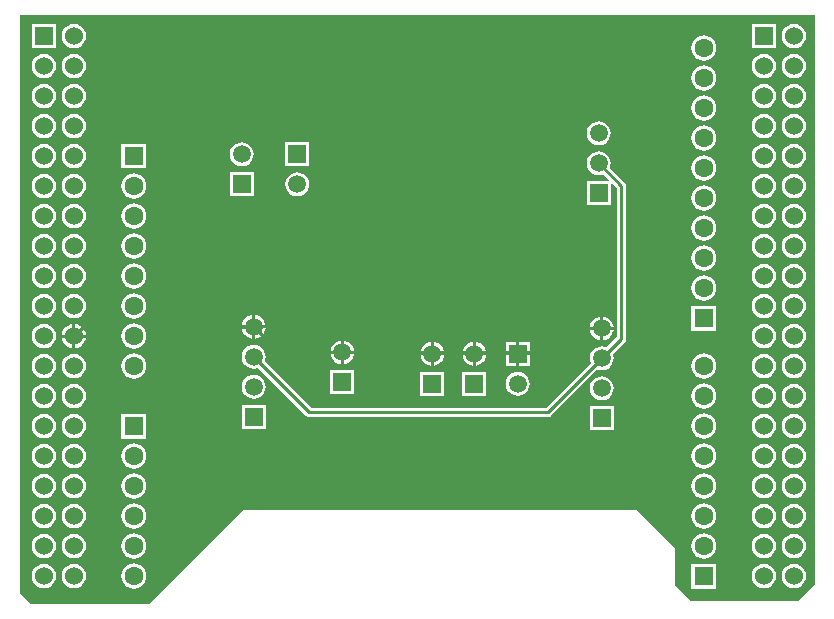
<source format=gbl>
G04 Layer_Physical_Order=2*
G04 Layer_Color=16711680*
%FSLAX25Y25*%
%MOIN*%
G70*
G01*
G75*
%ADD10C,0.01000*%
%ADD11R,0.06024X0.06024*%
%ADD12C,0.06024*%
%ADD13R,0.06319X0.06319*%
%ADD14C,0.06319*%
%ADD15R,0.05906X0.05906*%
%ADD16C,0.05906*%
G36*
X471971Y320317D02*
Y130633D01*
X466366Y125029D01*
X430633D01*
X425529Y130133D01*
Y142000D01*
X425413Y142585D01*
X425081Y143081D01*
X413081Y155081D01*
X412591Y155409D01*
X412500Y155500D01*
X412148D01*
X412000Y155529D01*
X283000D01*
X282852Y155500D01*
X281500D01*
X250500Y124500D01*
X250029Y124029D01*
X210633D01*
X207029Y127634D01*
Y320500D01*
X471500D01*
X471509Y320509D01*
X471971Y320317D01*
D02*
G37*
%LPC*%
G36*
X318453Y201953D02*
X310547D01*
Y194047D01*
X318453D01*
Y201953D01*
D02*
G37*
G36*
X245000Y207636D02*
X243914Y207493D01*
X242902Y207074D01*
X242033Y206407D01*
X241367Y205539D01*
X240948Y204527D01*
X240805Y203441D01*
X240948Y202355D01*
X241367Y201343D01*
X242033Y200474D01*
X242902Y199808D01*
X243914Y199389D01*
X245000Y199246D01*
X246086Y199389D01*
X247098Y199808D01*
X247967Y200474D01*
X248633Y201343D01*
X249052Y202355D01*
X249195Y203441D01*
X249052Y204527D01*
X248633Y205539D01*
X247967Y206407D01*
X247098Y207074D01*
X246086Y207493D01*
X245000Y207636D01*
D02*
G37*
G36*
X348453Y201453D02*
X340547D01*
Y193547D01*
X348453D01*
Y201453D01*
D02*
G37*
G36*
X362453D02*
X354547D01*
Y193547D01*
X362453D01*
Y201453D01*
D02*
G37*
G36*
X435000Y207636D02*
X433914Y207493D01*
X432902Y207074D01*
X432033Y206407D01*
X431367Y205539D01*
X430948Y204527D01*
X430805Y203441D01*
X430948Y202355D01*
X431367Y201343D01*
X432033Y200474D01*
X432902Y199808D01*
X433914Y199389D01*
X435000Y199246D01*
X436086Y199389D01*
X437098Y199808D01*
X437967Y200474D01*
X438633Y201343D01*
X439052Y202355D01*
X439195Y203441D01*
X439052Y204527D01*
X438633Y205539D01*
X437967Y206407D01*
X437098Y207074D01*
X436086Y207493D01*
X435000Y207636D01*
D02*
G37*
G36*
X455000Y207487D02*
X453953Y207349D01*
X452977Y206945D01*
X452139Y206302D01*
X451496Y205464D01*
X451091Y204488D01*
X450954Y203441D01*
X451091Y202394D01*
X451496Y201418D01*
X452139Y200580D01*
X452977Y199937D01*
X453953Y199532D01*
X455000Y199395D01*
X456047Y199532D01*
X457023Y199937D01*
X457861Y200580D01*
X458504Y201418D01*
X458909Y202394D01*
X459046Y203441D01*
X458909Y204488D01*
X458504Y205464D01*
X457861Y206302D01*
X457023Y206945D01*
X456047Y207349D01*
X455000Y207487D01*
D02*
G37*
G36*
X465000D02*
X463953Y207349D01*
X462977Y206945D01*
X462139Y206302D01*
X461496Y205464D01*
X461091Y204488D01*
X460954Y203441D01*
X461091Y202394D01*
X461496Y201418D01*
X462139Y200580D01*
X462977Y199937D01*
X463953Y199532D01*
X465000Y199395D01*
X466047Y199532D01*
X467023Y199937D01*
X467861Y200580D01*
X468504Y201418D01*
X468909Y202394D01*
X469046Y203441D01*
X468909Y204488D01*
X468504Y205464D01*
X467861Y206302D01*
X467023Y206945D01*
X466047Y207349D01*
X465000Y207487D01*
D02*
G37*
G36*
X215000D02*
X213953Y207349D01*
X212977Y206945D01*
X212139Y206302D01*
X211496Y205464D01*
X211091Y204488D01*
X210954Y203441D01*
X211091Y202394D01*
X211496Y201418D01*
X212139Y200580D01*
X212977Y199937D01*
X213953Y199532D01*
X215000Y199395D01*
X216047Y199532D01*
X217023Y199937D01*
X217861Y200580D01*
X218504Y201418D01*
X218909Y202394D01*
X219046Y203441D01*
X218909Y204488D01*
X218504Y205464D01*
X217861Y206302D01*
X217023Y206945D01*
X216047Y207349D01*
X215000Y207487D01*
D02*
G37*
G36*
X225000D02*
X223953Y207349D01*
X222977Y206945D01*
X222139Y206302D01*
X221496Y205464D01*
X221091Y204488D01*
X220954Y203441D01*
X221091Y202394D01*
X221496Y201418D01*
X222139Y200580D01*
X222977Y199937D01*
X223953Y199532D01*
X225000Y199395D01*
X226047Y199532D01*
X227023Y199937D01*
X227861Y200580D01*
X228504Y201418D01*
X228909Y202394D01*
X229046Y203441D01*
X228909Y204488D01*
X228504Y205464D01*
X227861Y206302D01*
X227023Y206945D01*
X226047Y207349D01*
X225000Y207487D01*
D02*
G37*
G36*
X215000Y197487D02*
X213953Y197350D01*
X212977Y196945D01*
X212139Y196302D01*
X211496Y195464D01*
X211091Y194488D01*
X210954Y193441D01*
X211091Y192394D01*
X211496Y191418D01*
X212139Y190580D01*
X212977Y189937D01*
X213953Y189532D01*
X215000Y189394D01*
X216047Y189532D01*
X217023Y189937D01*
X217861Y190580D01*
X218504Y191418D01*
X218909Y192394D01*
X219046Y193441D01*
X218909Y194488D01*
X218504Y195464D01*
X217861Y196302D01*
X217023Y196945D01*
X216047Y197350D01*
X215000Y197487D01*
D02*
G37*
G36*
X225000D02*
X223953Y197350D01*
X222977Y196945D01*
X222139Y196302D01*
X221496Y195464D01*
X221091Y194488D01*
X220954Y193441D01*
X221091Y192394D01*
X221496Y191418D01*
X222139Y190580D01*
X222977Y189937D01*
X223953Y189532D01*
X225000Y189394D01*
X226047Y189532D01*
X227023Y189937D01*
X227861Y190580D01*
X228504Y191418D01*
X228909Y192394D01*
X229046Y193441D01*
X228909Y194488D01*
X228504Y195464D01*
X227861Y196302D01*
X227023Y196945D01*
X226047Y197350D01*
X225000Y197487D01*
D02*
G37*
G36*
X288953Y190453D02*
X281047D01*
Y182547D01*
X288953D01*
Y190453D01*
D02*
G37*
G36*
X435000Y197636D02*
X433914Y197493D01*
X432902Y197074D01*
X432033Y196407D01*
X431367Y195539D01*
X430948Y194527D01*
X430805Y193441D01*
X430948Y192355D01*
X431367Y191343D01*
X432033Y190474D01*
X432902Y189808D01*
X433914Y189389D01*
X435000Y189246D01*
X436086Y189389D01*
X437098Y189808D01*
X437967Y190474D01*
X438633Y191343D01*
X439052Y192355D01*
X439195Y193441D01*
X439052Y194527D01*
X438633Y195539D01*
X437967Y196407D01*
X437098Y197074D01*
X436086Y197493D01*
X435000Y197636D01*
D02*
G37*
G36*
X455000Y197487D02*
X453953Y197350D01*
X452977Y196945D01*
X452139Y196302D01*
X451496Y195464D01*
X451091Y194488D01*
X450954Y193441D01*
X451091Y192394D01*
X451496Y191418D01*
X452139Y190580D01*
X452977Y189937D01*
X453953Y189532D01*
X455000Y189394D01*
X456047Y189532D01*
X457023Y189937D01*
X457861Y190580D01*
X458504Y191418D01*
X458909Y192394D01*
X459046Y193441D01*
X458909Y194488D01*
X458504Y195464D01*
X457861Y196302D01*
X457023Y196945D01*
X456047Y197350D01*
X455000Y197487D01*
D02*
G37*
G36*
X285000Y200487D02*
X283968Y200351D01*
X283007Y199953D01*
X282181Y199319D01*
X281547Y198493D01*
X281149Y197532D01*
X281013Y196500D01*
X281149Y195468D01*
X281547Y194507D01*
X282181Y193681D01*
X283007Y193047D01*
X283968Y192649D01*
X285000Y192513D01*
X286032Y192649D01*
X286993Y193047D01*
X287819Y193681D01*
X288453Y194507D01*
X288851Y195468D01*
X288987Y196500D01*
X288851Y197532D01*
X288453Y198493D01*
X287819Y199319D01*
X286993Y199953D01*
X286032Y200351D01*
X285000Y200487D01*
D02*
G37*
G36*
X373000Y201487D02*
X371968Y201351D01*
X371007Y200953D01*
X370181Y200319D01*
X369547Y199493D01*
X369149Y198532D01*
X369013Y197500D01*
X369149Y196468D01*
X369547Y195507D01*
X370181Y194681D01*
X371007Y194047D01*
X371968Y193649D01*
X373000Y193513D01*
X374032Y193649D01*
X374993Y194047D01*
X375819Y194681D01*
X376453Y195507D01*
X376851Y196468D01*
X376987Y197500D01*
X376851Y198532D01*
X376453Y199493D01*
X375819Y200319D01*
X374993Y200953D01*
X374032Y201351D01*
X373000Y201487D01*
D02*
G37*
G36*
X465000Y197487D02*
X463953Y197350D01*
X462977Y196945D01*
X462139Y196302D01*
X461496Y195464D01*
X461091Y194488D01*
X460954Y193441D01*
X461091Y192394D01*
X461496Y191418D01*
X462139Y190580D01*
X462977Y189937D01*
X463953Y189532D01*
X465000Y189394D01*
X466047Y189532D01*
X467023Y189937D01*
X467861Y190580D01*
X468504Y191418D01*
X468909Y192394D01*
X469046Y193441D01*
X468909Y194488D01*
X468504Y195464D01*
X467861Y196302D01*
X467023Y196945D01*
X466047Y197350D01*
X465000Y197487D01*
D02*
G37*
G36*
X401000Y199987D02*
X399968Y199851D01*
X399007Y199453D01*
X398181Y198819D01*
X397547Y197993D01*
X397149Y197032D01*
X397013Y196000D01*
X397149Y194968D01*
X397547Y194007D01*
X398181Y193181D01*
X399007Y192547D01*
X399968Y192149D01*
X401000Y192013D01*
X402032Y192149D01*
X402993Y192547D01*
X403819Y193181D01*
X404453Y194007D01*
X404851Y194968D01*
X404987Y196000D01*
X404851Y197032D01*
X404453Y197993D01*
X403819Y198819D01*
X402993Y199453D01*
X402032Y199851D01*
X401000Y199987D01*
D02*
G37*
G36*
X372500Y207000D02*
X369047D01*
Y203547D01*
X372500D01*
Y207000D01*
D02*
G37*
G36*
Y211453D02*
X369047D01*
Y208000D01*
X372500D01*
Y211453D01*
D02*
G37*
G36*
X376953D02*
X373500D01*
Y208000D01*
X376953D01*
Y211453D01*
D02*
G37*
G36*
X358000Y211421D02*
X357468Y211351D01*
X356507Y210953D01*
X355681Y210319D01*
X355047Y209493D01*
X354649Y208532D01*
X354579Y208000D01*
X358000D01*
Y211421D01*
D02*
G37*
G36*
X359000D02*
Y208000D01*
X362421D01*
X362351Y208532D01*
X361953Y209493D01*
X361319Y210319D01*
X360493Y210953D01*
X359532Y211351D01*
X359000Y211421D01*
D02*
G37*
G36*
X314000Y211921D02*
X313468Y211851D01*
X312507Y211453D01*
X311681Y210819D01*
X311047Y209993D01*
X310649Y209032D01*
X310579Y208500D01*
X314000D01*
Y211921D01*
D02*
G37*
G36*
X215000Y217487D02*
X213953Y217350D01*
X212977Y216945D01*
X212139Y216302D01*
X211496Y215464D01*
X211091Y214488D01*
X210954Y213441D01*
X211091Y212394D01*
X211496Y211418D01*
X212139Y210580D01*
X212977Y209937D01*
X213953Y209532D01*
X215000Y209395D01*
X216047Y209532D01*
X217023Y209937D01*
X217861Y210580D01*
X218504Y211418D01*
X218909Y212394D01*
X219046Y213441D01*
X218909Y214488D01*
X218504Y215464D01*
X217861Y216302D01*
X217023Y216945D01*
X216047Y217350D01*
X215000Y217487D01*
D02*
G37*
G36*
X455000D02*
X453953Y217350D01*
X452977Y216945D01*
X452139Y216302D01*
X451496Y215464D01*
X451091Y214488D01*
X450954Y213441D01*
X451091Y212394D01*
X451496Y211418D01*
X452139Y210580D01*
X452977Y209937D01*
X453953Y209532D01*
X455000Y209395D01*
X456047Y209532D01*
X457023Y209937D01*
X457861Y210580D01*
X458504Y211418D01*
X458909Y212394D01*
X459046Y213441D01*
X458909Y214488D01*
X458504Y215464D01*
X457861Y216302D01*
X457023Y216945D01*
X456047Y217350D01*
X455000Y217487D01*
D02*
G37*
G36*
X315000Y211921D02*
Y208500D01*
X318421D01*
X318351Y209032D01*
X317953Y209993D01*
X317319Y210819D01*
X316493Y211453D01*
X315532Y211851D01*
X315000Y211921D01*
D02*
G37*
G36*
X245000Y217636D02*
X243914Y217493D01*
X242902Y217074D01*
X242033Y216407D01*
X241367Y215539D01*
X240948Y214527D01*
X240805Y213441D01*
X240948Y212355D01*
X241367Y211343D01*
X242033Y210474D01*
X242902Y209808D01*
X243914Y209388D01*
X245000Y209246D01*
X246086Y209388D01*
X247098Y209808D01*
X247967Y210474D01*
X248633Y211343D01*
X249052Y212355D01*
X249195Y213441D01*
X249052Y214527D01*
X248633Y215539D01*
X247967Y216407D01*
X247098Y217074D01*
X246086Y217493D01*
X245000Y217636D01*
D02*
G37*
G36*
X348421Y207000D02*
X345000D01*
Y203579D01*
X345532Y203649D01*
X346493Y204047D01*
X347319Y204681D01*
X347953Y205507D01*
X348351Y206468D01*
X348421Y207000D01*
D02*
G37*
G36*
X358000D02*
X354579D01*
X354649Y206468D01*
X355047Y205507D01*
X355681Y204681D01*
X356507Y204047D01*
X357468Y203649D01*
X358000Y203579D01*
Y207000D01*
D02*
G37*
G36*
X376953D02*
X373500D01*
Y203547D01*
X376953D01*
Y207000D01*
D02*
G37*
G36*
X344000D02*
X340579D01*
X340649Y206468D01*
X341047Y205507D01*
X341681Y204681D01*
X342507Y204047D01*
X343468Y203649D01*
X344000Y203579D01*
Y207000D01*
D02*
G37*
G36*
X362421D02*
X359000D01*
Y203579D01*
X359532Y203649D01*
X360493Y204047D01*
X361319Y204681D01*
X361953Y205507D01*
X362351Y206468D01*
X362421Y207000D01*
D02*
G37*
G36*
X344000Y211421D02*
X343468Y211351D01*
X342507Y210953D01*
X341681Y210319D01*
X341047Y209493D01*
X340649Y208532D01*
X340579Y208000D01*
X344000D01*
Y211421D01*
D02*
G37*
G36*
X345000D02*
Y208000D01*
X348421D01*
X348351Y208532D01*
X347953Y209493D01*
X347319Y210319D01*
X346493Y210953D01*
X345532Y211351D01*
X345000Y211421D01*
D02*
G37*
G36*
X314000Y207500D02*
X310579D01*
X310649Y206968D01*
X311047Y206007D01*
X311681Y205181D01*
X312507Y204547D01*
X313468Y204149D01*
X314000Y204079D01*
Y207500D01*
D02*
G37*
G36*
X318421D02*
X315000D01*
Y204079D01*
X315532Y204149D01*
X316493Y204547D01*
X317319Y205181D01*
X317953Y206007D01*
X318351Y206968D01*
X318421Y207500D01*
D02*
G37*
G36*
X465000Y147487D02*
X463953Y147350D01*
X462977Y146945D01*
X462139Y146302D01*
X461496Y145464D01*
X461091Y144488D01*
X460954Y143441D01*
X461091Y142394D01*
X461496Y141418D01*
X462139Y140580D01*
X462977Y139937D01*
X463953Y139532D01*
X465000Y139394D01*
X466047Y139532D01*
X467023Y139937D01*
X467861Y140580D01*
X468504Y141418D01*
X468909Y142394D01*
X469046Y143441D01*
X468909Y144488D01*
X468504Y145464D01*
X467861Y146302D01*
X467023Y146945D01*
X466047Y147350D01*
X465000Y147487D01*
D02*
G37*
G36*
X245000Y157636D02*
X243914Y157493D01*
X242902Y157074D01*
X242033Y156407D01*
X241367Y155539D01*
X240948Y154527D01*
X240805Y153441D01*
X240948Y152355D01*
X241367Y151343D01*
X242033Y150474D01*
X242902Y149808D01*
X243914Y149389D01*
X245000Y149246D01*
X246086Y149389D01*
X247098Y149808D01*
X247967Y150474D01*
X248633Y151343D01*
X249052Y152355D01*
X249195Y153441D01*
X249052Y154527D01*
X248633Y155539D01*
X247967Y156407D01*
X247098Y157074D01*
X246086Y157493D01*
X245000Y157636D01*
D02*
G37*
G36*
X225000Y147487D02*
X223953Y147350D01*
X222977Y146945D01*
X222139Y146302D01*
X221496Y145464D01*
X221091Y144488D01*
X220954Y143441D01*
X221091Y142394D01*
X221496Y141418D01*
X222139Y140580D01*
X222977Y139937D01*
X223953Y139532D01*
X225000Y139394D01*
X226047Y139532D01*
X227023Y139937D01*
X227861Y140580D01*
X228504Y141418D01*
X228909Y142394D01*
X229046Y143441D01*
X228909Y144488D01*
X228504Y145464D01*
X227861Y146302D01*
X227023Y146945D01*
X226047Y147350D01*
X225000Y147487D01*
D02*
G37*
G36*
X455000D02*
X453953Y147350D01*
X452977Y146945D01*
X452139Y146302D01*
X451496Y145464D01*
X451091Y144488D01*
X450954Y143441D01*
X451091Y142394D01*
X451496Y141418D01*
X452139Y140580D01*
X452977Y139937D01*
X453953Y139532D01*
X455000Y139394D01*
X456047Y139532D01*
X457023Y139937D01*
X457861Y140580D01*
X458504Y141418D01*
X458909Y142394D01*
X459046Y143441D01*
X458909Y144488D01*
X458504Y145464D01*
X457861Y146302D01*
X457023Y146945D01*
X456047Y147350D01*
X455000Y147487D01*
D02*
G37*
G36*
X435000Y157636D02*
X433914Y157493D01*
X432902Y157074D01*
X432033Y156407D01*
X431367Y155539D01*
X430948Y154527D01*
X430805Y153441D01*
X430948Y152355D01*
X431367Y151343D01*
X432033Y150474D01*
X432902Y149808D01*
X433914Y149389D01*
X435000Y149246D01*
X436086Y149389D01*
X437098Y149808D01*
X437967Y150474D01*
X438633Y151343D01*
X439052Y152355D01*
X439195Y153441D01*
X439052Y154527D01*
X438633Y155539D01*
X437967Y156407D01*
X437098Y157074D01*
X436086Y157493D01*
X435000Y157636D01*
D02*
G37*
G36*
X455000Y157487D02*
X453953Y157350D01*
X452977Y156945D01*
X452139Y156302D01*
X451496Y155464D01*
X451091Y154488D01*
X450954Y153441D01*
X451091Y152394D01*
X451496Y151418D01*
X452139Y150580D01*
X452977Y149937D01*
X453953Y149532D01*
X455000Y149395D01*
X456047Y149532D01*
X457023Y149937D01*
X457861Y150580D01*
X458504Y151418D01*
X458909Y152394D01*
X459046Y153441D01*
X458909Y154488D01*
X458504Y155464D01*
X457861Y156302D01*
X457023Y156945D01*
X456047Y157350D01*
X455000Y157487D01*
D02*
G37*
G36*
X465000D02*
X463953Y157350D01*
X462977Y156945D01*
X462139Y156302D01*
X461496Y155464D01*
X461091Y154488D01*
X460954Y153441D01*
X461091Y152394D01*
X461496Y151418D01*
X462139Y150580D01*
X462977Y149937D01*
X463953Y149532D01*
X465000Y149395D01*
X466047Y149532D01*
X467023Y149937D01*
X467861Y150580D01*
X468504Y151418D01*
X468909Y152394D01*
X469046Y153441D01*
X468909Y154488D01*
X468504Y155464D01*
X467861Y156302D01*
X467023Y156945D01*
X466047Y157350D01*
X465000Y157487D01*
D02*
G37*
G36*
X215000D02*
X213953Y157350D01*
X212977Y156945D01*
X212139Y156302D01*
X211496Y155464D01*
X211091Y154488D01*
X210954Y153441D01*
X211091Y152394D01*
X211496Y151418D01*
X212139Y150580D01*
X212977Y149937D01*
X213953Y149532D01*
X215000Y149395D01*
X216047Y149532D01*
X217023Y149937D01*
X217861Y150580D01*
X218504Y151418D01*
X218909Y152394D01*
X219046Y153441D01*
X218909Y154488D01*
X218504Y155464D01*
X217861Y156302D01*
X217023Y156945D01*
X216047Y157350D01*
X215000Y157487D01*
D02*
G37*
G36*
X225000D02*
X223953Y157350D01*
X222977Y156945D01*
X222139Y156302D01*
X221496Y155464D01*
X221091Y154488D01*
X220954Y153441D01*
X221091Y152394D01*
X221496Y151418D01*
X222139Y150580D01*
X222977Y149937D01*
X223953Y149532D01*
X225000Y149395D01*
X226047Y149532D01*
X227023Y149937D01*
X227861Y150580D01*
X228504Y151418D01*
X228909Y152394D01*
X229046Y153441D01*
X228909Y154488D01*
X228504Y155464D01*
X227861Y156302D01*
X227023Y156945D01*
X226047Y157350D01*
X225000Y157487D01*
D02*
G37*
G36*
X215000Y137487D02*
X213953Y137349D01*
X212977Y136945D01*
X212139Y136302D01*
X211496Y135464D01*
X211091Y134488D01*
X210954Y133441D01*
X211091Y132394D01*
X211496Y131418D01*
X212139Y130580D01*
X212977Y129937D01*
X213953Y129532D01*
X215000Y129394D01*
X216047Y129532D01*
X217023Y129937D01*
X217861Y130580D01*
X218504Y131418D01*
X218909Y132394D01*
X219046Y133441D01*
X218909Y134488D01*
X218504Y135464D01*
X217861Y136302D01*
X217023Y136945D01*
X216047Y137349D01*
X215000Y137487D01*
D02*
G37*
G36*
X225000D02*
X223953Y137349D01*
X222977Y136945D01*
X222139Y136302D01*
X221496Y135464D01*
X221091Y134488D01*
X220954Y133441D01*
X221091Y132394D01*
X221496Y131418D01*
X222139Y130580D01*
X222977Y129937D01*
X223953Y129532D01*
X225000Y129394D01*
X226047Y129532D01*
X227023Y129937D01*
X227861Y130580D01*
X228504Y131418D01*
X228909Y132394D01*
X229046Y133441D01*
X228909Y134488D01*
X228504Y135464D01*
X227861Y136302D01*
X227023Y136945D01*
X226047Y137349D01*
X225000Y137487D01*
D02*
G37*
G36*
X245000Y137636D02*
X243914Y137493D01*
X242902Y137074D01*
X242033Y136407D01*
X241367Y135539D01*
X240948Y134527D01*
X240805Y133441D01*
X240948Y132355D01*
X241367Y131343D01*
X242033Y130474D01*
X242902Y129808D01*
X243914Y129389D01*
X245000Y129246D01*
X246086Y129389D01*
X247098Y129808D01*
X247967Y130474D01*
X248633Y131343D01*
X249052Y132355D01*
X249195Y133441D01*
X249052Y134527D01*
X248633Y135539D01*
X247967Y136407D01*
X247098Y137074D01*
X246086Y137493D01*
X245000Y137636D01*
D02*
G37*
G36*
X439159Y137600D02*
X430840D01*
Y129281D01*
X439159D01*
Y137600D01*
D02*
G37*
G36*
X455000Y137487D02*
X453953Y137349D01*
X452977Y136945D01*
X452139Y136302D01*
X451496Y135464D01*
X451091Y134488D01*
X450954Y133441D01*
X451091Y132394D01*
X451496Y131418D01*
X452139Y130580D01*
X452977Y129937D01*
X453953Y129532D01*
X455000Y129394D01*
X456047Y129532D01*
X457023Y129937D01*
X457861Y130580D01*
X458504Y131418D01*
X458909Y132394D01*
X459046Y133441D01*
X458909Y134488D01*
X458504Y135464D01*
X457861Y136302D01*
X457023Y136945D01*
X456047Y137349D01*
X455000Y137487D01*
D02*
G37*
G36*
X435000Y147636D02*
X433914Y147493D01*
X432902Y147074D01*
X432033Y146407D01*
X431367Y145539D01*
X430948Y144527D01*
X430805Y143441D01*
X430948Y142355D01*
X431367Y141343D01*
X432033Y140474D01*
X432902Y139808D01*
X433914Y139389D01*
X435000Y139246D01*
X436086Y139389D01*
X437098Y139808D01*
X437967Y140474D01*
X438633Y141343D01*
X439052Y142355D01*
X439195Y143441D01*
X439052Y144527D01*
X438633Y145539D01*
X437967Y146407D01*
X437098Y147074D01*
X436086Y147493D01*
X435000Y147636D01*
D02*
G37*
G36*
X215000Y147487D02*
X213953Y147350D01*
X212977Y146945D01*
X212139Y146302D01*
X211496Y145464D01*
X211091Y144488D01*
X210954Y143441D01*
X211091Y142394D01*
X211496Y141418D01*
X212139Y140580D01*
X212977Y139937D01*
X213953Y139532D01*
X215000Y139394D01*
X216047Y139532D01*
X217023Y139937D01*
X217861Y140580D01*
X218504Y141418D01*
X218909Y142394D01*
X219046Y143441D01*
X218909Y144488D01*
X218504Y145464D01*
X217861Y146302D01*
X217023Y146945D01*
X216047Y147350D01*
X215000Y147487D01*
D02*
G37*
G36*
X465000Y137487D02*
X463953Y137349D01*
X462977Y136945D01*
X462139Y136302D01*
X461496Y135464D01*
X461091Y134488D01*
X460954Y133441D01*
X461091Y132394D01*
X461496Y131418D01*
X462139Y130580D01*
X462977Y129937D01*
X463953Y129532D01*
X465000Y129394D01*
X466047Y129532D01*
X467023Y129937D01*
X467861Y130580D01*
X468504Y131418D01*
X468909Y132394D01*
X469046Y133441D01*
X468909Y134488D01*
X468504Y135464D01*
X467861Y136302D01*
X467023Y136945D01*
X466047Y137349D01*
X465000Y137487D01*
D02*
G37*
G36*
X245000Y147636D02*
X243914Y147493D01*
X242902Y147074D01*
X242033Y146407D01*
X241367Y145539D01*
X240948Y144527D01*
X240805Y143441D01*
X240948Y142355D01*
X241367Y141343D01*
X242033Y140474D01*
X242902Y139808D01*
X243914Y139389D01*
X245000Y139246D01*
X246086Y139389D01*
X247098Y139808D01*
X247967Y140474D01*
X248633Y141343D01*
X249052Y142355D01*
X249195Y143441D01*
X249052Y144527D01*
X248633Y145539D01*
X247967Y146407D01*
X247098Y147074D01*
X246086Y147493D01*
X245000Y147636D01*
D02*
G37*
G36*
Y167636D02*
X243914Y167493D01*
X242902Y167074D01*
X242033Y166408D01*
X241367Y165539D01*
X240948Y164527D01*
X240805Y163441D01*
X240948Y162355D01*
X241367Y161343D01*
X242033Y160474D01*
X242902Y159808D01*
X243914Y159389D01*
X245000Y159246D01*
X246086Y159389D01*
X247098Y159808D01*
X247967Y160474D01*
X248633Y161343D01*
X249052Y162355D01*
X249195Y163441D01*
X249052Y164527D01*
X248633Y165539D01*
X247967Y166408D01*
X247098Y167074D01*
X246086Y167493D01*
X245000Y167636D01*
D02*
G37*
G36*
X435000Y187636D02*
X433914Y187493D01*
X432902Y187074D01*
X432033Y186407D01*
X431367Y185539D01*
X430948Y184527D01*
X430805Y183441D01*
X430948Y182355D01*
X431367Y181343D01*
X432033Y180474D01*
X432902Y179808D01*
X433914Y179389D01*
X435000Y179246D01*
X436086Y179389D01*
X437098Y179808D01*
X437967Y180474D01*
X438633Y181343D01*
X439052Y182355D01*
X439195Y183441D01*
X439052Y184527D01*
X438633Y185539D01*
X437967Y186407D01*
X437098Y187074D01*
X436086Y187493D01*
X435000Y187636D01*
D02*
G37*
G36*
X249160Y187600D02*
X240841D01*
Y179281D01*
X249160D01*
Y187600D01*
D02*
G37*
G36*
X455000Y177487D02*
X453953Y177349D01*
X452977Y176945D01*
X452139Y176302D01*
X451496Y175464D01*
X451091Y174488D01*
X450954Y173441D01*
X451091Y172394D01*
X451496Y171418D01*
X452139Y170580D01*
X452977Y169937D01*
X453953Y169532D01*
X455000Y169395D01*
X456047Y169532D01*
X457023Y169937D01*
X457861Y170580D01*
X458504Y171418D01*
X458909Y172394D01*
X459046Y173441D01*
X458909Y174488D01*
X458504Y175464D01*
X457861Y176302D01*
X457023Y176945D01*
X456047Y177349D01*
X455000Y177487D01*
D02*
G37*
G36*
X465000D02*
X463953Y177349D01*
X462977Y176945D01*
X462139Y176302D01*
X461496Y175464D01*
X461091Y174488D01*
X460954Y173441D01*
X461091Y172394D01*
X461496Y171418D01*
X462139Y170580D01*
X462977Y169937D01*
X463953Y169532D01*
X465000Y169395D01*
X466047Y169532D01*
X467023Y169937D01*
X467861Y170580D01*
X468504Y171418D01*
X468909Y172394D01*
X469046Y173441D01*
X468909Y174488D01*
X468504Y175464D01*
X467861Y176302D01*
X467023Y176945D01*
X466047Y177349D01*
X465000Y177487D01*
D02*
G37*
G36*
X215000Y187487D02*
X213953Y187349D01*
X212977Y186945D01*
X212139Y186302D01*
X211496Y185464D01*
X211091Y184488D01*
X210954Y183441D01*
X211091Y182394D01*
X211496Y181418D01*
X212139Y180580D01*
X212977Y179937D01*
X213953Y179532D01*
X215000Y179394D01*
X216047Y179532D01*
X217023Y179937D01*
X217861Y180580D01*
X218504Y181418D01*
X218909Y182394D01*
X219046Y183441D01*
X218909Y184488D01*
X218504Y185464D01*
X217861Y186302D01*
X217023Y186945D01*
X216047Y187349D01*
X215000Y187487D01*
D02*
G37*
G36*
X465000D02*
X463953Y187349D01*
X462977Y186945D01*
X462139Y186302D01*
X461496Y185464D01*
X461091Y184488D01*
X460954Y183441D01*
X461091Y182394D01*
X461496Y181418D01*
X462139Y180580D01*
X462977Y179937D01*
X463953Y179532D01*
X465000Y179394D01*
X466047Y179532D01*
X467023Y179937D01*
X467861Y180580D01*
X468504Y181418D01*
X468909Y182394D01*
X469046Y183441D01*
X468909Y184488D01*
X468504Y185464D01*
X467861Y186302D01*
X467023Y186945D01*
X466047Y187349D01*
X465000Y187487D01*
D02*
G37*
G36*
X404953Y189953D02*
X397047D01*
Y182047D01*
X404953D01*
Y189953D01*
D02*
G37*
G36*
X225000Y187487D02*
X223953Y187349D01*
X222977Y186945D01*
X222139Y186302D01*
X221496Y185464D01*
X221091Y184488D01*
X220954Y183441D01*
X221091Y182394D01*
X221496Y181418D01*
X222139Y180580D01*
X222977Y179937D01*
X223953Y179532D01*
X225000Y179394D01*
X226047Y179532D01*
X227023Y179937D01*
X227861Y180580D01*
X228504Y181418D01*
X228909Y182394D01*
X229046Y183441D01*
X228909Y184488D01*
X228504Y185464D01*
X227861Y186302D01*
X227023Y186945D01*
X226047Y187349D01*
X225000Y187487D01*
D02*
G37*
G36*
X455000D02*
X453953Y187349D01*
X452977Y186945D01*
X452139Y186302D01*
X451496Y185464D01*
X451091Y184488D01*
X450954Y183441D01*
X451091Y182394D01*
X451496Y181418D01*
X452139Y180580D01*
X452977Y179937D01*
X453953Y179532D01*
X455000Y179394D01*
X456047Y179532D01*
X457023Y179937D01*
X457861Y180580D01*
X458504Y181418D01*
X458909Y182394D01*
X459046Y183441D01*
X458909Y184488D01*
X458504Y185464D01*
X457861Y186302D01*
X457023Y186945D01*
X456047Y187349D01*
X455000Y187487D01*
D02*
G37*
G36*
X225000Y167487D02*
X223953Y167350D01*
X222977Y166945D01*
X222139Y166302D01*
X221496Y165464D01*
X221091Y164488D01*
X220954Y163441D01*
X221091Y162394D01*
X221496Y161418D01*
X222139Y160580D01*
X222977Y159937D01*
X223953Y159532D01*
X225000Y159395D01*
X226047Y159532D01*
X227023Y159937D01*
X227861Y160580D01*
X228504Y161418D01*
X228909Y162394D01*
X229046Y163441D01*
X228909Y164488D01*
X228504Y165464D01*
X227861Y166302D01*
X227023Y166945D01*
X226047Y167350D01*
X225000Y167487D01*
D02*
G37*
G36*
X455000D02*
X453953Y167350D01*
X452977Y166945D01*
X452139Y166302D01*
X451496Y165464D01*
X451091Y164488D01*
X450954Y163441D01*
X451091Y162394D01*
X451496Y161418D01*
X452139Y160580D01*
X452977Y159937D01*
X453953Y159532D01*
X455000Y159395D01*
X456047Y159532D01*
X457023Y159937D01*
X457861Y160580D01*
X458504Y161418D01*
X458909Y162394D01*
X459046Y163441D01*
X458909Y164488D01*
X458504Y165464D01*
X457861Y166302D01*
X457023Y166945D01*
X456047Y167350D01*
X455000Y167487D01*
D02*
G37*
G36*
X435000Y167636D02*
X433914Y167493D01*
X432902Y167074D01*
X432033Y166408D01*
X431367Y165539D01*
X430948Y164527D01*
X430805Y163441D01*
X430948Y162355D01*
X431367Y161343D01*
X432033Y160474D01*
X432902Y159808D01*
X433914Y159389D01*
X435000Y159246D01*
X436086Y159389D01*
X437098Y159808D01*
X437967Y160474D01*
X438633Y161343D01*
X439052Y162355D01*
X439195Y163441D01*
X439052Y164527D01*
X438633Y165539D01*
X437967Y166408D01*
X437098Y167074D01*
X436086Y167493D01*
X435000Y167636D01*
D02*
G37*
G36*
X215000Y167487D02*
X213953Y167350D01*
X212977Y166945D01*
X212139Y166302D01*
X211496Y165464D01*
X211091Y164488D01*
X210954Y163441D01*
X211091Y162394D01*
X211496Y161418D01*
X212139Y160580D01*
X212977Y159937D01*
X213953Y159532D01*
X215000Y159395D01*
X216047Y159532D01*
X217023Y159937D01*
X217861Y160580D01*
X218504Y161418D01*
X218909Y162394D01*
X219046Y163441D01*
X218909Y164488D01*
X218504Y165464D01*
X217861Y166302D01*
X217023Y166945D01*
X216047Y167350D01*
X215000Y167487D01*
D02*
G37*
G36*
X465000D02*
X463953Y167350D01*
X462977Y166945D01*
X462139Y166302D01*
X461496Y165464D01*
X461091Y164488D01*
X460954Y163441D01*
X461091Y162394D01*
X461496Y161418D01*
X462139Y160580D01*
X462977Y159937D01*
X463953Y159532D01*
X465000Y159395D01*
X466047Y159532D01*
X467023Y159937D01*
X467861Y160580D01*
X468504Y161418D01*
X468909Y162394D01*
X469046Y163441D01*
X468909Y164488D01*
X468504Y165464D01*
X467861Y166302D01*
X467023Y166945D01*
X466047Y167350D01*
X465000Y167487D01*
D02*
G37*
G36*
X215000Y177487D02*
X213953Y177349D01*
X212977Y176945D01*
X212139Y176302D01*
X211496Y175464D01*
X211091Y174488D01*
X210954Y173441D01*
X211091Y172394D01*
X211496Y171418D01*
X212139Y170580D01*
X212977Y169937D01*
X213953Y169532D01*
X215000Y169395D01*
X216047Y169532D01*
X217023Y169937D01*
X217861Y170580D01*
X218504Y171418D01*
X218909Y172394D01*
X219046Y173441D01*
X218909Y174488D01*
X218504Y175464D01*
X217861Y176302D01*
X217023Y176945D01*
X216047Y177349D01*
X215000Y177487D01*
D02*
G37*
G36*
X225000D02*
X223953Y177349D01*
X222977Y176945D01*
X222139Y176302D01*
X221496Y175464D01*
X221091Y174488D01*
X220954Y173441D01*
X221091Y172394D01*
X221496Y171418D01*
X222139Y170580D01*
X222977Y169937D01*
X223953Y169532D01*
X225000Y169395D01*
X226047Y169532D01*
X227023Y169937D01*
X227861Y170580D01*
X228504Y171418D01*
X228909Y172394D01*
X229046Y173441D01*
X228909Y174488D01*
X228504Y175464D01*
X227861Y176302D01*
X227023Y176945D01*
X226047Y177349D01*
X225000Y177487D01*
D02*
G37*
G36*
X245000Y177636D02*
X243914Y177493D01*
X242902Y177074D01*
X242033Y176408D01*
X241367Y175539D01*
X240948Y174527D01*
X240805Y173441D01*
X240948Y172355D01*
X241367Y171343D01*
X242033Y170474D01*
X242902Y169808D01*
X243914Y169389D01*
X245000Y169246D01*
X246086Y169389D01*
X247098Y169808D01*
X247967Y170474D01*
X248633Y171343D01*
X249052Y172355D01*
X249195Y173441D01*
X249052Y174527D01*
X248633Y175539D01*
X247967Y176408D01*
X247098Y177074D01*
X246086Y177493D01*
X245000Y177636D01*
D02*
G37*
G36*
X435000D02*
X433914Y177493D01*
X432902Y177074D01*
X432033Y176408D01*
X431367Y175539D01*
X430948Y174527D01*
X430805Y173441D01*
X430948Y172355D01*
X431367Y171343D01*
X432033Y170474D01*
X432902Y169808D01*
X433914Y169389D01*
X435000Y169246D01*
X436086Y169389D01*
X437098Y169808D01*
X437967Y170474D01*
X438633Y171343D01*
X439052Y172355D01*
X439195Y173441D01*
X439052Y174527D01*
X438633Y175539D01*
X437967Y176408D01*
X437098Y177074D01*
X436086Y177493D01*
X435000Y177636D01*
D02*
G37*
G36*
X225000Y277487D02*
X223953Y277349D01*
X222977Y276945D01*
X222139Y276302D01*
X221496Y275464D01*
X221091Y274488D01*
X220954Y273441D01*
X221091Y272394D01*
X221496Y271418D01*
X222139Y270580D01*
X222977Y269937D01*
X223953Y269532D01*
X225000Y269394D01*
X226047Y269532D01*
X227023Y269937D01*
X227861Y270580D01*
X228504Y271418D01*
X228909Y272394D01*
X229046Y273441D01*
X228909Y274488D01*
X228504Y275464D01*
X227861Y276302D01*
X227023Y276945D01*
X226047Y277349D01*
X225000Y277487D01*
D02*
G37*
G36*
X455000D02*
X453953Y277349D01*
X452977Y276945D01*
X452139Y276302D01*
X451496Y275464D01*
X451091Y274488D01*
X450954Y273441D01*
X451091Y272394D01*
X451496Y271418D01*
X452139Y270580D01*
X452977Y269937D01*
X453953Y269532D01*
X455000Y269394D01*
X456047Y269532D01*
X457023Y269937D01*
X457861Y270580D01*
X458504Y271418D01*
X458909Y272394D01*
X459046Y273441D01*
X458909Y274488D01*
X458504Y275464D01*
X457861Y276302D01*
X457023Y276945D01*
X456047Y277349D01*
X455000Y277487D01*
D02*
G37*
G36*
X249160Y277600D02*
X240841D01*
Y269282D01*
X249160D01*
Y277600D01*
D02*
G37*
G36*
X215000Y277487D02*
X213953Y277349D01*
X212977Y276945D01*
X212139Y276302D01*
X211496Y275464D01*
X211091Y274488D01*
X210954Y273441D01*
X211091Y272394D01*
X211496Y271418D01*
X212139Y270580D01*
X212977Y269937D01*
X213953Y269532D01*
X215000Y269394D01*
X216047Y269532D01*
X217023Y269937D01*
X217861Y270580D01*
X218504Y271418D01*
X218909Y272394D01*
X219046Y273441D01*
X218909Y274488D01*
X218504Y275464D01*
X217861Y276302D01*
X217023Y276945D01*
X216047Y277349D01*
X215000Y277487D01*
D02*
G37*
G36*
X465000D02*
X463953Y277349D01*
X462977Y276945D01*
X462139Y276302D01*
X461496Y275464D01*
X461091Y274488D01*
X460954Y273441D01*
X461091Y272394D01*
X461496Y271418D01*
X462139Y270580D01*
X462977Y269937D01*
X463953Y269532D01*
X465000Y269394D01*
X466047Y269532D01*
X467023Y269937D01*
X467861Y270580D01*
X468504Y271418D01*
X468909Y272394D01*
X469046Y273441D01*
X468909Y274488D01*
X468504Y275464D01*
X467861Y276302D01*
X467023Y276945D01*
X466047Y277349D01*
X465000Y277487D01*
D02*
G37*
G36*
X435000Y283621D02*
X433914Y283478D01*
X432902Y283059D01*
X432033Y282392D01*
X431367Y281523D01*
X430948Y280511D01*
X430805Y279425D01*
X430948Y278339D01*
X431367Y277327D01*
X432033Y276459D01*
X432902Y275792D01*
X433914Y275373D01*
X435000Y275230D01*
X436086Y275373D01*
X437098Y275792D01*
X437967Y276459D01*
X438633Y277327D01*
X439052Y278339D01*
X439195Y279425D01*
X439052Y280511D01*
X438633Y281523D01*
X437967Y282392D01*
X437098Y283059D01*
X436086Y283478D01*
X435000Y283621D01*
D02*
G37*
G36*
X400000Y284987D02*
X398968Y284851D01*
X398007Y284453D01*
X397181Y283819D01*
X396547Y282993D01*
X396149Y282032D01*
X396013Y281000D01*
X396149Y279968D01*
X396547Y279007D01*
X397181Y278181D01*
X398007Y277547D01*
X398968Y277149D01*
X400000Y277013D01*
X401032Y277149D01*
X401993Y277547D01*
X402819Y278181D01*
X403453Y279007D01*
X403851Y279968D01*
X403987Y281000D01*
X403851Y282032D01*
X403453Y282993D01*
X402819Y283819D01*
X401993Y284453D01*
X401032Y284851D01*
X400000Y284987D01*
D02*
G37*
G36*
X281000Y277987D02*
X279968Y277851D01*
X279007Y277453D01*
X278181Y276819D01*
X277547Y275993D01*
X277149Y275032D01*
X277013Y274000D01*
X277149Y272968D01*
X277547Y272007D01*
X278181Y271181D01*
X279007Y270547D01*
X279968Y270149D01*
X281000Y270013D01*
X282032Y270149D01*
X282993Y270547D01*
X283819Y271181D01*
X284453Y272007D01*
X284851Y272968D01*
X284987Y274000D01*
X284851Y275032D01*
X284453Y275993D01*
X283819Y276819D01*
X282993Y277453D01*
X282032Y277851D01*
X281000Y277987D01*
D02*
G37*
G36*
X303453Y277953D02*
X295547D01*
Y270047D01*
X303453D01*
Y277953D01*
D02*
G37*
G36*
X215000Y267487D02*
X213953Y267350D01*
X212977Y266945D01*
X212139Y266302D01*
X211496Y265464D01*
X211091Y264488D01*
X210954Y263441D01*
X211091Y262394D01*
X211496Y261418D01*
X212139Y260580D01*
X212977Y259937D01*
X213953Y259532D01*
X215000Y259395D01*
X216047Y259532D01*
X217023Y259937D01*
X217861Y260580D01*
X218504Y261418D01*
X218909Y262394D01*
X219046Y263441D01*
X218909Y264488D01*
X218504Y265464D01*
X217861Y266302D01*
X217023Y266945D01*
X216047Y267350D01*
X215000Y267487D01*
D02*
G37*
G36*
X225000D02*
X223953Y267350D01*
X222977Y266945D01*
X222139Y266302D01*
X221496Y265464D01*
X221091Y264488D01*
X220954Y263441D01*
X221091Y262394D01*
X221496Y261418D01*
X222139Y260580D01*
X222977Y259937D01*
X223953Y259532D01*
X225000Y259395D01*
X226047Y259532D01*
X227023Y259937D01*
X227861Y260580D01*
X228504Y261418D01*
X228909Y262394D01*
X229046Y263441D01*
X228909Y264488D01*
X228504Y265464D01*
X227861Y266302D01*
X227023Y266945D01*
X226047Y267350D01*
X225000Y267487D01*
D02*
G37*
G36*
X435000Y263620D02*
X433914Y263478D01*
X432902Y263058D01*
X432033Y262392D01*
X431367Y261523D01*
X430948Y260511D01*
X430805Y259425D01*
X430948Y258339D01*
X431367Y257328D01*
X432033Y256459D01*
X432902Y255792D01*
X433914Y255373D01*
X435000Y255230D01*
X436086Y255373D01*
X437098Y255792D01*
X437967Y256459D01*
X438633Y257328D01*
X439052Y258339D01*
X439195Y259425D01*
X439052Y260511D01*
X438633Y261523D01*
X437967Y262392D01*
X437098Y263058D01*
X436086Y263478D01*
X435000Y263620D01*
D02*
G37*
G36*
X245000Y267636D02*
X243914Y267493D01*
X242902Y267074D01*
X242033Y266407D01*
X241367Y265539D01*
X240948Y264527D01*
X240805Y263441D01*
X240948Y262355D01*
X241367Y261343D01*
X242033Y260474D01*
X242902Y259808D01*
X243914Y259388D01*
X245000Y259246D01*
X246086Y259388D01*
X247098Y259808D01*
X247967Y260474D01*
X248633Y261343D01*
X249052Y262355D01*
X249195Y263441D01*
X249052Y264527D01*
X248633Y265539D01*
X247967Y266407D01*
X247098Y267074D01*
X246086Y267493D01*
X245000Y267636D01*
D02*
G37*
G36*
X455000Y267487D02*
X453953Y267350D01*
X452977Y266945D01*
X452139Y266302D01*
X451496Y265464D01*
X451091Y264488D01*
X450954Y263441D01*
X451091Y262394D01*
X451496Y261418D01*
X452139Y260580D01*
X452977Y259937D01*
X453953Y259532D01*
X455000Y259395D01*
X456047Y259532D01*
X457023Y259937D01*
X457861Y260580D01*
X458504Y261418D01*
X458909Y262394D01*
X459046Y263441D01*
X458909Y264488D01*
X458504Y265464D01*
X457861Y266302D01*
X457023Y266945D01*
X456047Y267350D01*
X455000Y267487D01*
D02*
G37*
G36*
X284953Y267953D02*
X277047D01*
Y260047D01*
X284953D01*
Y267953D01*
D02*
G37*
G36*
X435000Y273621D02*
X433914Y273478D01*
X432902Y273059D01*
X432033Y272392D01*
X431367Y271523D01*
X430948Y270511D01*
X430805Y269425D01*
X430948Y268339D01*
X431367Y267327D01*
X432033Y266459D01*
X432902Y265792D01*
X433914Y265373D01*
X435000Y265230D01*
X436086Y265373D01*
X437098Y265792D01*
X437967Y266459D01*
X438633Y267327D01*
X439052Y268339D01*
X439195Y269425D01*
X439052Y270511D01*
X438633Y271523D01*
X437967Y272392D01*
X437098Y273059D01*
X436086Y273478D01*
X435000Y273621D01*
D02*
G37*
G36*
X465000Y267487D02*
X463953Y267350D01*
X462977Y266945D01*
X462139Y266302D01*
X461496Y265464D01*
X461091Y264488D01*
X460954Y263441D01*
X461091Y262394D01*
X461496Y261418D01*
X462139Y260580D01*
X462977Y259937D01*
X463953Y259532D01*
X465000Y259395D01*
X466047Y259532D01*
X467023Y259937D01*
X467861Y260580D01*
X468504Y261418D01*
X468909Y262394D01*
X469046Y263441D01*
X468909Y264488D01*
X468504Y265464D01*
X467861Y266302D01*
X467023Y266945D01*
X466047Y267350D01*
X465000Y267487D01*
D02*
G37*
G36*
X299500Y267987D02*
X298468Y267851D01*
X297507Y267453D01*
X296681Y266819D01*
X296047Y265993D01*
X295649Y265032D01*
X295513Y264000D01*
X295649Y262968D01*
X296047Y262007D01*
X296681Y261181D01*
X297507Y260547D01*
X298468Y260149D01*
X299500Y260013D01*
X300532Y260149D01*
X301493Y260547D01*
X302319Y261181D01*
X302953Y262007D01*
X303351Y262968D01*
X303487Y264000D01*
X303351Y265032D01*
X302953Y265993D01*
X302319Y266819D01*
X301493Y267453D01*
X300532Y267851D01*
X299500Y267987D01*
D02*
G37*
G36*
X215000Y287487D02*
X213953Y287350D01*
X212977Y286945D01*
X212139Y286302D01*
X211496Y285464D01*
X211091Y284488D01*
X210954Y283441D01*
X211091Y282394D01*
X211496Y281418D01*
X212139Y280580D01*
X212977Y279937D01*
X213953Y279532D01*
X215000Y279395D01*
X216047Y279532D01*
X217023Y279937D01*
X217861Y280580D01*
X218504Y281418D01*
X218909Y282394D01*
X219046Y283441D01*
X218909Y284488D01*
X218504Y285464D01*
X217861Y286302D01*
X217023Y286945D01*
X216047Y287350D01*
X215000Y287487D01*
D02*
G37*
G36*
X455000Y307487D02*
X453953Y307349D01*
X452977Y306945D01*
X452139Y306302D01*
X451496Y305464D01*
X451091Y304488D01*
X450954Y303441D01*
X451091Y302394D01*
X451496Y301418D01*
X452139Y300580D01*
X452977Y299937D01*
X453953Y299532D01*
X455000Y299394D01*
X456047Y299532D01*
X457023Y299937D01*
X457861Y300580D01*
X458504Y301418D01*
X458909Y302394D01*
X459046Y303441D01*
X458909Y304488D01*
X458504Y305464D01*
X457861Y306302D01*
X457023Y306945D01*
X456047Y307349D01*
X455000Y307487D01*
D02*
G37*
G36*
X465000D02*
X463953Y307349D01*
X462977Y306945D01*
X462139Y306302D01*
X461496Y305464D01*
X461091Y304488D01*
X460954Y303441D01*
X461091Y302394D01*
X461496Y301418D01*
X462139Y300580D01*
X462977Y299937D01*
X463953Y299532D01*
X465000Y299394D01*
X466047Y299532D01*
X467023Y299937D01*
X467861Y300580D01*
X468504Y301418D01*
X468909Y302394D01*
X469046Y303441D01*
X468909Y304488D01*
X468504Y305464D01*
X467861Y306302D01*
X467023Y306945D01*
X466047Y307349D01*
X465000Y307487D01*
D02*
G37*
G36*
X215000D02*
X213953Y307349D01*
X212977Y306945D01*
X212139Y306302D01*
X211496Y305464D01*
X211091Y304488D01*
X210954Y303441D01*
X211091Y302394D01*
X211496Y301418D01*
X212139Y300580D01*
X212977Y299937D01*
X213953Y299532D01*
X215000Y299394D01*
X216047Y299532D01*
X217023Y299937D01*
X217861Y300580D01*
X218504Y301418D01*
X218909Y302394D01*
X219046Y303441D01*
X218909Y304488D01*
X218504Y305464D01*
X217861Y306302D01*
X217023Y306945D01*
X216047Y307349D01*
X215000Y307487D01*
D02*
G37*
G36*
X225000D02*
X223953Y307349D01*
X222977Y306945D01*
X222139Y306302D01*
X221496Y305464D01*
X221091Y304488D01*
X220954Y303441D01*
X221091Y302394D01*
X221496Y301418D01*
X222139Y300580D01*
X222977Y299937D01*
X223953Y299532D01*
X225000Y299394D01*
X226047Y299532D01*
X227023Y299937D01*
X227861Y300580D01*
X228504Y301418D01*
X228909Y302394D01*
X229046Y303441D01*
X228909Y304488D01*
X228504Y305464D01*
X227861Y306302D01*
X227023Y306945D01*
X226047Y307349D01*
X225000Y307487D01*
D02*
G37*
G36*
X435000Y313620D02*
X433914Y313478D01*
X432902Y313058D01*
X432033Y312392D01*
X431367Y311523D01*
X430948Y310511D01*
X430805Y309425D01*
X430948Y308339D01*
X431367Y307328D01*
X432033Y306459D01*
X432902Y305792D01*
X433914Y305373D01*
X435000Y305230D01*
X436086Y305373D01*
X437098Y305792D01*
X437967Y306459D01*
X438633Y307328D01*
X439052Y308339D01*
X439195Y309425D01*
X439052Y310511D01*
X438633Y311523D01*
X437967Y312392D01*
X437098Y313058D01*
X436086Y313478D01*
X435000Y313620D01*
D02*
G37*
G36*
X219012Y317453D02*
X210988D01*
Y309429D01*
X219012D01*
Y317453D01*
D02*
G37*
G36*
X459012D02*
X450988D01*
Y309429D01*
X459012D01*
Y317453D01*
D02*
G37*
G36*
X225000Y317487D02*
X223953Y317350D01*
X222977Y316945D01*
X222139Y316302D01*
X221496Y315464D01*
X221091Y314488D01*
X220954Y313441D01*
X221091Y312394D01*
X221496Y311418D01*
X222139Y310580D01*
X222977Y309937D01*
X223953Y309532D01*
X225000Y309395D01*
X226047Y309532D01*
X227023Y309937D01*
X227861Y310580D01*
X228504Y311418D01*
X228909Y312394D01*
X229046Y313441D01*
X228909Y314488D01*
X228504Y315464D01*
X227861Y316302D01*
X227023Y316945D01*
X226047Y317350D01*
X225000Y317487D01*
D02*
G37*
G36*
X465000D02*
X463953Y317350D01*
X462977Y316945D01*
X462139Y316302D01*
X461496Y315464D01*
X461091Y314488D01*
X460954Y313441D01*
X461091Y312394D01*
X461496Y311418D01*
X462139Y310580D01*
X462977Y309937D01*
X463953Y309532D01*
X465000Y309395D01*
X466047Y309532D01*
X467023Y309937D01*
X467861Y310580D01*
X468504Y311418D01*
X468909Y312394D01*
X469046Y313441D01*
X468909Y314488D01*
X468504Y315464D01*
X467861Y316302D01*
X467023Y316945D01*
X466047Y317350D01*
X465000Y317487D01*
D02*
G37*
G36*
Y287487D02*
X463953Y287350D01*
X462977Y286945D01*
X462139Y286302D01*
X461496Y285464D01*
X461091Y284488D01*
X460954Y283441D01*
X461091Y282394D01*
X461496Y281418D01*
X462139Y280580D01*
X462977Y279937D01*
X463953Y279532D01*
X465000Y279395D01*
X466047Y279532D01*
X467023Y279937D01*
X467861Y280580D01*
X468504Y281418D01*
X468909Y282394D01*
X469046Y283441D01*
X468909Y284488D01*
X468504Y285464D01*
X467861Y286302D01*
X467023Y286945D01*
X466047Y287350D01*
X465000Y287487D01*
D02*
G37*
G36*
X435000Y293620D02*
X433914Y293478D01*
X432902Y293058D01*
X432033Y292392D01*
X431367Y291523D01*
X430948Y290511D01*
X430805Y289425D01*
X430948Y288339D01*
X431367Y287328D01*
X432033Y286459D01*
X432902Y285792D01*
X433914Y285373D01*
X435000Y285230D01*
X436086Y285373D01*
X437098Y285792D01*
X437967Y286459D01*
X438633Y287328D01*
X439052Y288339D01*
X439195Y289425D01*
X439052Y290511D01*
X438633Y291523D01*
X437967Y292392D01*
X437098Y293058D01*
X436086Y293478D01*
X435000Y293620D01*
D02*
G37*
G36*
X225000Y287487D02*
X223953Y287350D01*
X222977Y286945D01*
X222139Y286302D01*
X221496Y285464D01*
X221091Y284488D01*
X220954Y283441D01*
X221091Y282394D01*
X221496Y281418D01*
X222139Y280580D01*
X222977Y279937D01*
X223953Y279532D01*
X225000Y279395D01*
X226047Y279532D01*
X227023Y279937D01*
X227861Y280580D01*
X228504Y281418D01*
X228909Y282394D01*
X229046Y283441D01*
X228909Y284488D01*
X228504Y285464D01*
X227861Y286302D01*
X227023Y286945D01*
X226047Y287350D01*
X225000Y287487D01*
D02*
G37*
G36*
X455000D02*
X453953Y287350D01*
X452977Y286945D01*
X452139Y286302D01*
X451496Y285464D01*
X451091Y284488D01*
X450954Y283441D01*
X451091Y282394D01*
X451496Y281418D01*
X452139Y280580D01*
X452977Y279937D01*
X453953Y279532D01*
X455000Y279395D01*
X456047Y279532D01*
X457023Y279937D01*
X457861Y280580D01*
X458504Y281418D01*
X458909Y282394D01*
X459046Y283441D01*
X458909Y284488D01*
X458504Y285464D01*
X457861Y286302D01*
X457023Y286945D01*
X456047Y287350D01*
X455000Y287487D01*
D02*
G37*
G36*
X215000Y297487D02*
X213953Y297350D01*
X212977Y296945D01*
X212139Y296302D01*
X211496Y295464D01*
X211091Y294488D01*
X210954Y293441D01*
X211091Y292394D01*
X211496Y291418D01*
X212139Y290580D01*
X212977Y289937D01*
X213953Y289532D01*
X215000Y289394D01*
X216047Y289532D01*
X217023Y289937D01*
X217861Y290580D01*
X218504Y291418D01*
X218909Y292394D01*
X219046Y293441D01*
X218909Y294488D01*
X218504Y295464D01*
X217861Y296302D01*
X217023Y296945D01*
X216047Y297350D01*
X215000Y297487D01*
D02*
G37*
G36*
X465000D02*
X463953Y297350D01*
X462977Y296945D01*
X462139Y296302D01*
X461496Y295464D01*
X461091Y294488D01*
X460954Y293441D01*
X461091Y292394D01*
X461496Y291418D01*
X462139Y290580D01*
X462977Y289937D01*
X463953Y289532D01*
X465000Y289394D01*
X466047Y289532D01*
X467023Y289937D01*
X467861Y290580D01*
X468504Y291418D01*
X468909Y292394D01*
X469046Y293441D01*
X468909Y294488D01*
X468504Y295464D01*
X467861Y296302D01*
X467023Y296945D01*
X466047Y297350D01*
X465000Y297487D01*
D02*
G37*
G36*
X435000Y303621D02*
X433914Y303478D01*
X432902Y303059D01*
X432033Y302392D01*
X431367Y301523D01*
X430948Y300511D01*
X430805Y299425D01*
X430948Y298339D01*
X431367Y297327D01*
X432033Y296459D01*
X432902Y295792D01*
X433914Y295373D01*
X435000Y295230D01*
X436086Y295373D01*
X437098Y295792D01*
X437967Y296459D01*
X438633Y297327D01*
X439052Y298339D01*
X439195Y299425D01*
X439052Y300511D01*
X438633Y301523D01*
X437967Y302392D01*
X437098Y303059D01*
X436086Y303478D01*
X435000Y303621D01*
D02*
G37*
G36*
X225000Y297487D02*
X223953Y297350D01*
X222977Y296945D01*
X222139Y296302D01*
X221496Y295464D01*
X221091Y294488D01*
X220954Y293441D01*
X221091Y292394D01*
X221496Y291418D01*
X222139Y290580D01*
X222977Y289937D01*
X223953Y289532D01*
X225000Y289394D01*
X226047Y289532D01*
X227023Y289937D01*
X227861Y290580D01*
X228504Y291418D01*
X228909Y292394D01*
X229046Y293441D01*
X228909Y294488D01*
X228504Y295464D01*
X227861Y296302D01*
X227023Y296945D01*
X226047Y297350D01*
X225000Y297487D01*
D02*
G37*
G36*
X455000D02*
X453953Y297350D01*
X452977Y296945D01*
X452139Y296302D01*
X451496Y295464D01*
X451091Y294488D01*
X450954Y293441D01*
X451091Y292394D01*
X451496Y291418D01*
X452139Y290580D01*
X452977Y289937D01*
X453953Y289532D01*
X455000Y289394D01*
X456047Y289532D01*
X457023Y289937D01*
X457861Y290580D01*
X458504Y291418D01*
X458909Y292394D01*
X459046Y293441D01*
X458909Y294488D01*
X458504Y295464D01*
X457861Y296302D01*
X457023Y296945D01*
X456047Y297350D01*
X455000Y297487D01*
D02*
G37*
G36*
X465000Y257487D02*
X463953Y257349D01*
X462977Y256945D01*
X462139Y256302D01*
X461496Y255464D01*
X461091Y254488D01*
X460954Y253441D01*
X461091Y252394D01*
X461496Y251418D01*
X462139Y250580D01*
X462977Y249937D01*
X463953Y249532D01*
X465000Y249394D01*
X466047Y249532D01*
X467023Y249937D01*
X467861Y250580D01*
X468504Y251418D01*
X468909Y252394D01*
X469046Y253441D01*
X468909Y254488D01*
X468504Y255464D01*
X467861Y256302D01*
X467023Y256945D01*
X466047Y257349D01*
X465000Y257487D01*
D02*
G37*
G36*
X400500Y219921D02*
X399968Y219851D01*
X399007Y219453D01*
X398181Y218819D01*
X397547Y217993D01*
X397149Y217032D01*
X397079Y216500D01*
X400500D01*
Y219921D01*
D02*
G37*
G36*
X401500D02*
Y216500D01*
X404921D01*
X404851Y217032D01*
X404453Y217993D01*
X403819Y218819D01*
X402993Y219453D01*
X402032Y219851D01*
X401500Y219921D01*
D02*
G37*
G36*
X225500Y217422D02*
Y213941D01*
X228981D01*
X228909Y214488D01*
X228504Y215464D01*
X227861Y216302D01*
X227023Y216945D01*
X226047Y217350D01*
X225500Y217422D01*
D02*
G37*
G36*
X439159Y223585D02*
X430840D01*
Y215266D01*
X439159D01*
Y223585D01*
D02*
G37*
G36*
X284500Y220421D02*
X283968Y220351D01*
X283007Y219953D01*
X282181Y219319D01*
X281547Y218493D01*
X281149Y217532D01*
X281079Y217000D01*
X284500D01*
Y220421D01*
D02*
G37*
G36*
X215000Y227487D02*
X213953Y227349D01*
X212977Y226945D01*
X212139Y226302D01*
X211496Y225464D01*
X211091Y224488D01*
X210954Y223441D01*
X211091Y222394D01*
X211496Y221418D01*
X212139Y220580D01*
X212977Y219937D01*
X213953Y219532D01*
X215000Y219394D01*
X216047Y219532D01*
X217023Y219937D01*
X217861Y220580D01*
X218504Y221418D01*
X218909Y222394D01*
X219046Y223441D01*
X218909Y224488D01*
X218504Y225464D01*
X217861Y226302D01*
X217023Y226945D01*
X216047Y227349D01*
X215000Y227487D01*
D02*
G37*
G36*
X225000D02*
X223953Y227349D01*
X222977Y226945D01*
X222139Y226302D01*
X221496Y225464D01*
X221091Y224488D01*
X220954Y223441D01*
X221091Y222394D01*
X221496Y221418D01*
X222139Y220580D01*
X222977Y219937D01*
X223953Y219532D01*
X225000Y219394D01*
X226047Y219532D01*
X227023Y219937D01*
X227861Y220580D01*
X228504Y221418D01*
X228909Y222394D01*
X229046Y223441D01*
X228909Y224488D01*
X228504Y225464D01*
X227861Y226302D01*
X227023Y226945D01*
X226047Y227349D01*
X225000Y227487D01*
D02*
G37*
G36*
X285500Y220421D02*
Y217000D01*
X288921D01*
X288851Y217532D01*
X288453Y218493D01*
X287819Y219319D01*
X286993Y219953D01*
X286032Y220351D01*
X285500Y220421D01*
D02*
G37*
G36*
X245000Y227636D02*
X243914Y227493D01*
X242902Y227074D01*
X242033Y226408D01*
X241367Y225539D01*
X240948Y224527D01*
X240805Y223441D01*
X240948Y222355D01*
X241367Y221343D01*
X242033Y220474D01*
X242902Y219808D01*
X243914Y219389D01*
X245000Y219246D01*
X246086Y219389D01*
X247098Y219808D01*
X247967Y220474D01*
X248633Y221343D01*
X249052Y222355D01*
X249195Y223441D01*
X249052Y224527D01*
X248633Y225539D01*
X247967Y226408D01*
X247098Y227074D01*
X246086Y227493D01*
X245000Y227636D01*
D02*
G37*
G36*
X228981Y212941D02*
X225500D01*
Y209460D01*
X226047Y209532D01*
X227023Y209937D01*
X227861Y210580D01*
X228504Y211418D01*
X228909Y212394D01*
X228981Y212941D01*
D02*
G37*
G36*
X400000Y274987D02*
X398968Y274851D01*
X398007Y274453D01*
X397181Y273819D01*
X396547Y272993D01*
X396149Y272032D01*
X396013Y271000D01*
X396149Y269968D01*
X396547Y269007D01*
X397181Y268181D01*
X398007Y267547D01*
X398968Y267149D01*
X400000Y267013D01*
X401032Y267149D01*
X401496Y267341D01*
X403422Y265415D01*
X403231Y264953D01*
X396047D01*
Y257047D01*
X403953D01*
Y264231D01*
X404415Y264422D01*
X405971Y262866D01*
Y213134D01*
X402496Y209659D01*
X402032Y209851D01*
X401000Y209987D01*
X399968Y209851D01*
X399007Y209453D01*
X398181Y208819D01*
X397547Y207993D01*
X397149Y207032D01*
X397013Y206000D01*
X397149Y204968D01*
X397341Y204504D01*
X382366Y189529D01*
X304134D01*
X288659Y205004D01*
X288851Y205468D01*
X288987Y206500D01*
X288851Y207532D01*
X288453Y208493D01*
X287819Y209319D01*
X286993Y209953D01*
X286032Y210351D01*
X285000Y210487D01*
X283968Y210351D01*
X283007Y209953D01*
X282181Y209319D01*
X281547Y208493D01*
X281149Y207532D01*
X281013Y206500D01*
X281149Y205468D01*
X281547Y204507D01*
X282181Y203681D01*
X283007Y203047D01*
X283968Y202649D01*
X285000Y202513D01*
X286032Y202649D01*
X286496Y202841D01*
X302419Y186919D01*
X302915Y186587D01*
X303500Y186471D01*
X383000D01*
X383585Y186587D01*
X384081Y186919D01*
X399504Y202341D01*
X399968Y202149D01*
X401000Y202013D01*
X402032Y202149D01*
X402993Y202547D01*
X403819Y203181D01*
X404453Y204007D01*
X404851Y204968D01*
X404987Y206000D01*
X404851Y207032D01*
X404659Y207496D01*
X408581Y211419D01*
X408913Y211915D01*
X409029Y212500D01*
Y263500D01*
X408913Y264085D01*
X408581Y264581D01*
X403659Y269504D01*
X403851Y269968D01*
X403987Y271000D01*
X403851Y272032D01*
X403453Y272993D01*
X402819Y273819D01*
X401993Y274453D01*
X401032Y274851D01*
X400000Y274987D01*
D02*
G37*
G36*
X465000Y217487D02*
X463953Y217350D01*
X462977Y216945D01*
X462139Y216302D01*
X461496Y215464D01*
X461091Y214488D01*
X460954Y213441D01*
X461091Y212394D01*
X461496Y211418D01*
X462139Y210580D01*
X462977Y209937D01*
X463953Y209532D01*
X465000Y209395D01*
X466047Y209532D01*
X467023Y209937D01*
X467861Y210580D01*
X468504Y211418D01*
X468909Y212394D01*
X469046Y213441D01*
X468909Y214488D01*
X468504Y215464D01*
X467861Y216302D01*
X467023Y216945D01*
X466047Y217350D01*
X465000Y217487D01*
D02*
G37*
G36*
X224500Y212941D02*
X221019D01*
X221091Y212394D01*
X221496Y211418D01*
X222139Y210580D01*
X222977Y209937D01*
X223953Y209532D01*
X224500Y209460D01*
Y212941D01*
D02*
G37*
G36*
X400500Y215500D02*
X397079D01*
X397149Y214968D01*
X397547Y214007D01*
X398181Y213181D01*
X399007Y212547D01*
X399968Y212149D01*
X400500Y212079D01*
Y215500D01*
D02*
G37*
G36*
X288921Y216000D02*
X285500D01*
Y212579D01*
X286032Y212649D01*
X286993Y213047D01*
X287819Y213681D01*
X288453Y214507D01*
X288851Y215468D01*
X288921Y216000D01*
D02*
G37*
G36*
X224500Y217422D02*
X223953Y217350D01*
X222977Y216945D01*
X222139Y216302D01*
X221496Y215464D01*
X221091Y214488D01*
X221019Y213941D01*
X224500D01*
Y217422D01*
D02*
G37*
G36*
X404921Y215500D02*
X401500D01*
Y212079D01*
X402032Y212149D01*
X402993Y212547D01*
X403819Y213181D01*
X404453Y214007D01*
X404851Y214968D01*
X404921Y215500D01*
D02*
G37*
G36*
X284500Y216000D02*
X281079D01*
X281149Y215468D01*
X281547Y214507D01*
X282181Y213681D01*
X283007Y213047D01*
X283968Y212649D01*
X284500Y212579D01*
Y216000D01*
D02*
G37*
G36*
X455000Y227487D02*
X453953Y227349D01*
X452977Y226945D01*
X452139Y226302D01*
X451496Y225464D01*
X451091Y224488D01*
X450954Y223441D01*
X451091Y222394D01*
X451496Y221418D01*
X452139Y220580D01*
X452977Y219937D01*
X453953Y219532D01*
X455000Y219394D01*
X456047Y219532D01*
X457023Y219937D01*
X457861Y220580D01*
X458504Y221418D01*
X458909Y222394D01*
X459046Y223441D01*
X458909Y224488D01*
X458504Y225464D01*
X457861Y226302D01*
X457023Y226945D01*
X456047Y227349D01*
X455000Y227487D01*
D02*
G37*
G36*
Y247487D02*
X453953Y247350D01*
X452977Y246945D01*
X452139Y246302D01*
X451496Y245464D01*
X451091Y244488D01*
X450954Y243441D01*
X451091Y242394D01*
X451496Y241418D01*
X452139Y240580D01*
X452977Y239937D01*
X453953Y239532D01*
X455000Y239394D01*
X456047Y239532D01*
X457023Y239937D01*
X457861Y240580D01*
X458504Y241418D01*
X458909Y242394D01*
X459046Y243441D01*
X458909Y244488D01*
X458504Y245464D01*
X457861Y246302D01*
X457023Y246945D01*
X456047Y247350D01*
X455000Y247487D01*
D02*
G37*
G36*
X465000D02*
X463953Y247350D01*
X462977Y246945D01*
X462139Y246302D01*
X461496Y245464D01*
X461091Y244488D01*
X460954Y243441D01*
X461091Y242394D01*
X461496Y241418D01*
X462139Y240580D01*
X462977Y239937D01*
X463953Y239532D01*
X465000Y239394D01*
X466047Y239532D01*
X467023Y239937D01*
X467861Y240580D01*
X468504Y241418D01*
X468909Y242394D01*
X469046Y243441D01*
X468909Y244488D01*
X468504Y245464D01*
X467861Y246302D01*
X467023Y246945D01*
X466047Y247350D01*
X465000Y247487D01*
D02*
G37*
G36*
X215000D02*
X213953Y247350D01*
X212977Y246945D01*
X212139Y246302D01*
X211496Y245464D01*
X211091Y244488D01*
X210954Y243441D01*
X211091Y242394D01*
X211496Y241418D01*
X212139Y240580D01*
X212977Y239937D01*
X213953Y239532D01*
X215000Y239394D01*
X216047Y239532D01*
X217023Y239937D01*
X217861Y240580D01*
X218504Y241418D01*
X218909Y242394D01*
X219046Y243441D01*
X218909Y244488D01*
X218504Y245464D01*
X217861Y246302D01*
X217023Y246945D01*
X216047Y247350D01*
X215000Y247487D01*
D02*
G37*
G36*
X225000D02*
X223953Y247350D01*
X222977Y246945D01*
X222139Y246302D01*
X221496Y245464D01*
X221091Y244488D01*
X220954Y243441D01*
X221091Y242394D01*
X221496Y241418D01*
X222139Y240580D01*
X222977Y239937D01*
X223953Y239532D01*
X225000Y239394D01*
X226047Y239532D01*
X227023Y239937D01*
X227861Y240580D01*
X228504Y241418D01*
X228909Y242394D01*
X229046Y243441D01*
X228909Y244488D01*
X228504Y245464D01*
X227861Y246302D01*
X227023Y246945D01*
X226047Y247350D01*
X225000Y247487D01*
D02*
G37*
G36*
X435000Y253621D02*
X433914Y253478D01*
X432902Y253059D01*
X432033Y252392D01*
X431367Y251523D01*
X430948Y250511D01*
X430805Y249425D01*
X430948Y248339D01*
X431367Y247327D01*
X432033Y246459D01*
X432902Y245792D01*
X433914Y245373D01*
X435000Y245230D01*
X436086Y245373D01*
X437098Y245792D01*
X437967Y246459D01*
X438633Y247327D01*
X439052Y248339D01*
X439195Y249425D01*
X439052Y250511D01*
X438633Y251523D01*
X437967Y252392D01*
X437098Y253059D01*
X436086Y253478D01*
X435000Y253621D01*
D02*
G37*
G36*
X225000Y257487D02*
X223953Y257349D01*
X222977Y256945D01*
X222139Y256302D01*
X221496Y255464D01*
X221091Y254488D01*
X220954Y253441D01*
X221091Y252394D01*
X221496Y251418D01*
X222139Y250580D01*
X222977Y249937D01*
X223953Y249532D01*
X225000Y249394D01*
X226047Y249532D01*
X227023Y249937D01*
X227861Y250580D01*
X228504Y251418D01*
X228909Y252394D01*
X229046Y253441D01*
X228909Y254488D01*
X228504Y255464D01*
X227861Y256302D01*
X227023Y256945D01*
X226047Y257349D01*
X225000Y257487D01*
D02*
G37*
G36*
X455000D02*
X453953Y257349D01*
X452977Y256945D01*
X452139Y256302D01*
X451496Y255464D01*
X451091Y254488D01*
X450954Y253441D01*
X451091Y252394D01*
X451496Y251418D01*
X452139Y250580D01*
X452977Y249937D01*
X453953Y249532D01*
X455000Y249394D01*
X456047Y249532D01*
X457023Y249937D01*
X457861Y250580D01*
X458504Y251418D01*
X458909Y252394D01*
X459046Y253441D01*
X458909Y254488D01*
X458504Y255464D01*
X457861Y256302D01*
X457023Y256945D01*
X456047Y257349D01*
X455000Y257487D01*
D02*
G37*
G36*
X245000Y257636D02*
X243914Y257493D01*
X242902Y257074D01*
X242033Y256407D01*
X241367Y255539D01*
X240948Y254527D01*
X240805Y253441D01*
X240948Y252355D01*
X241367Y251343D01*
X242033Y250474D01*
X242902Y249808D01*
X243914Y249389D01*
X245000Y249246D01*
X246086Y249389D01*
X247098Y249808D01*
X247967Y250474D01*
X248633Y251343D01*
X249052Y252355D01*
X249195Y253441D01*
X249052Y254527D01*
X248633Y255539D01*
X247967Y256407D01*
X247098Y257074D01*
X246086Y257493D01*
X245000Y257636D01*
D02*
G37*
G36*
X215000Y257487D02*
X213953Y257349D01*
X212977Y256945D01*
X212139Y256302D01*
X211496Y255464D01*
X211091Y254488D01*
X210954Y253441D01*
X211091Y252394D01*
X211496Y251418D01*
X212139Y250580D01*
X212977Y249937D01*
X213953Y249532D01*
X215000Y249394D01*
X216047Y249532D01*
X217023Y249937D01*
X217861Y250580D01*
X218504Y251418D01*
X218909Y252394D01*
X219046Y253441D01*
X218909Y254488D01*
X218504Y255464D01*
X217861Y256302D01*
X217023Y256945D01*
X216047Y257349D01*
X215000Y257487D01*
D02*
G37*
G36*
X245000Y237636D02*
X243914Y237493D01*
X242902Y237074D01*
X242033Y236407D01*
X241367Y235539D01*
X240948Y234527D01*
X240805Y233441D01*
X240948Y232355D01*
X241367Y231343D01*
X242033Y230474D01*
X242902Y229808D01*
X243914Y229388D01*
X245000Y229246D01*
X246086Y229388D01*
X247098Y229808D01*
X247967Y230474D01*
X248633Y231343D01*
X249052Y232355D01*
X249195Y233441D01*
X249052Y234527D01*
X248633Y235539D01*
X247967Y236407D01*
X247098Y237074D01*
X246086Y237493D01*
X245000Y237636D01*
D02*
G37*
G36*
X215000Y237487D02*
X213953Y237350D01*
X212977Y236945D01*
X212139Y236302D01*
X211496Y235464D01*
X211091Y234488D01*
X210954Y233441D01*
X211091Y232394D01*
X211496Y231418D01*
X212139Y230580D01*
X212977Y229937D01*
X213953Y229532D01*
X215000Y229395D01*
X216047Y229532D01*
X217023Y229937D01*
X217861Y230580D01*
X218504Y231418D01*
X218909Y232394D01*
X219046Y233441D01*
X218909Y234488D01*
X218504Y235464D01*
X217861Y236302D01*
X217023Y236945D01*
X216047Y237350D01*
X215000Y237487D01*
D02*
G37*
G36*
X465000Y227487D02*
X463953Y227349D01*
X462977Y226945D01*
X462139Y226302D01*
X461496Y225464D01*
X461091Y224488D01*
X460954Y223441D01*
X461091Y222394D01*
X461496Y221418D01*
X462139Y220580D01*
X462977Y219937D01*
X463953Y219532D01*
X465000Y219394D01*
X466047Y219532D01*
X467023Y219937D01*
X467861Y220580D01*
X468504Y221418D01*
X468909Y222394D01*
X469046Y223441D01*
X468909Y224488D01*
X468504Y225464D01*
X467861Y226302D01*
X467023Y226945D01*
X466047Y227349D01*
X465000Y227487D01*
D02*
G37*
G36*
X435000Y233621D02*
X433914Y233478D01*
X432902Y233059D01*
X432033Y232392D01*
X431367Y231523D01*
X430948Y230511D01*
X430805Y229425D01*
X430948Y228339D01*
X431367Y227327D01*
X432033Y226459D01*
X432902Y225792D01*
X433914Y225373D01*
X435000Y225230D01*
X436086Y225373D01*
X437098Y225792D01*
X437967Y226459D01*
X438633Y227327D01*
X439052Y228339D01*
X439195Y229425D01*
X439052Y230511D01*
X438633Y231523D01*
X437967Y232392D01*
X437098Y233059D01*
X436086Y233478D01*
X435000Y233621D01*
D02*
G37*
G36*
X225000Y237487D02*
X223953Y237350D01*
X222977Y236945D01*
X222139Y236302D01*
X221496Y235464D01*
X221091Y234488D01*
X220954Y233441D01*
X221091Y232394D01*
X221496Y231418D01*
X222139Y230580D01*
X222977Y229937D01*
X223953Y229532D01*
X225000Y229395D01*
X226047Y229532D01*
X227023Y229937D01*
X227861Y230580D01*
X228504Y231418D01*
X228909Y232394D01*
X229046Y233441D01*
X228909Y234488D01*
X228504Y235464D01*
X227861Y236302D01*
X227023Y236945D01*
X226047Y237350D01*
X225000Y237487D01*
D02*
G37*
G36*
X435000Y243620D02*
X433914Y243478D01*
X432902Y243058D01*
X432033Y242392D01*
X431367Y241523D01*
X430948Y240511D01*
X430805Y239425D01*
X430948Y238339D01*
X431367Y237328D01*
X432033Y236459D01*
X432902Y235792D01*
X433914Y235373D01*
X435000Y235230D01*
X436086Y235373D01*
X437098Y235792D01*
X437967Y236459D01*
X438633Y237328D01*
X439052Y238339D01*
X439195Y239425D01*
X439052Y240511D01*
X438633Y241523D01*
X437967Y242392D01*
X437098Y243058D01*
X436086Y243478D01*
X435000Y243620D01*
D02*
G37*
G36*
X245000Y247636D02*
X243914Y247493D01*
X242902Y247074D01*
X242033Y246408D01*
X241367Y245539D01*
X240948Y244527D01*
X240805Y243441D01*
X240948Y242355D01*
X241367Y241343D01*
X242033Y240474D01*
X242902Y239808D01*
X243914Y239388D01*
X245000Y239246D01*
X246086Y239388D01*
X247098Y239808D01*
X247967Y240474D01*
X248633Y241343D01*
X249052Y242355D01*
X249195Y243441D01*
X249052Y244527D01*
X248633Y245539D01*
X247967Y246408D01*
X247098Y247074D01*
X246086Y247493D01*
X245000Y247636D01*
D02*
G37*
G36*
X455000Y237487D02*
X453953Y237350D01*
X452977Y236945D01*
X452139Y236302D01*
X451496Y235464D01*
X451091Y234488D01*
X450954Y233441D01*
X451091Y232394D01*
X451496Y231418D01*
X452139Y230580D01*
X452977Y229937D01*
X453953Y229532D01*
X455000Y229395D01*
X456047Y229532D01*
X457023Y229937D01*
X457861Y230580D01*
X458504Y231418D01*
X458909Y232394D01*
X459046Y233441D01*
X458909Y234488D01*
X458504Y235464D01*
X457861Y236302D01*
X457023Y236945D01*
X456047Y237350D01*
X455000Y237487D01*
D02*
G37*
G36*
X465000D02*
X463953Y237350D01*
X462977Y236945D01*
X462139Y236302D01*
X461496Y235464D01*
X461091Y234488D01*
X460954Y233441D01*
X461091Y232394D01*
X461496Y231418D01*
X462139Y230580D01*
X462977Y229937D01*
X463953Y229532D01*
X465000Y229395D01*
X466047Y229532D01*
X467023Y229937D01*
X467861Y230580D01*
X468504Y231418D01*
X468909Y232394D01*
X469046Y233441D01*
X468909Y234488D01*
X468504Y235464D01*
X467861Y236302D01*
X467023Y236945D01*
X466047Y237350D01*
X465000Y237487D01*
D02*
G37*
%LPD*%
D10*
X285000Y206500D02*
X303500Y188000D01*
X383000D01*
X401000Y206000D01*
X407500Y212500D01*
Y263500D01*
X400000Y271000D02*
X407500Y263500D01*
X225000Y213441D02*
X230059Y218500D01*
X250000D01*
X252000Y216500D01*
X285000D01*
X293500Y208000D01*
X313000D01*
X347000D01*
X361000D01*
X374500D01*
X384500D01*
X392500Y216000D01*
X401000D01*
D11*
X215000Y313441D02*
D03*
X455000D02*
D03*
D12*
X215000Y133441D02*
D03*
X225000Y313441D02*
D03*
X215000Y303441D02*
D03*
X225000D02*
D03*
X215000Y293441D02*
D03*
X225000D02*
D03*
X215000Y283441D02*
D03*
X225000D02*
D03*
X215000Y273441D02*
D03*
X225000D02*
D03*
X215000Y263441D02*
D03*
X225000D02*
D03*
X215000Y253441D02*
D03*
X225000D02*
D03*
X215000Y243441D02*
D03*
X225000D02*
D03*
X215000Y233441D02*
D03*
X225000D02*
D03*
X215000Y223441D02*
D03*
X225000D02*
D03*
X215000Y213441D02*
D03*
X225000D02*
D03*
X215000Y203441D02*
D03*
X225000D02*
D03*
X215000Y193441D02*
D03*
X225000D02*
D03*
X215000Y183441D02*
D03*
X225000D02*
D03*
X215000Y173441D02*
D03*
X225000D02*
D03*
X215000Y163441D02*
D03*
X225000D02*
D03*
X215000Y153441D02*
D03*
X225000D02*
D03*
X215000Y143441D02*
D03*
X225000D02*
D03*
Y133441D02*
D03*
X455000D02*
D03*
X465000Y313441D02*
D03*
X455000Y303441D02*
D03*
X465000D02*
D03*
X455000Y293441D02*
D03*
X465000D02*
D03*
X455000Y283441D02*
D03*
X465000D02*
D03*
X455000Y273441D02*
D03*
X465000D02*
D03*
X455000Y263441D02*
D03*
X465000D02*
D03*
X455000Y253441D02*
D03*
X465000D02*
D03*
X455000Y243441D02*
D03*
X465000D02*
D03*
X455000Y233441D02*
D03*
X465000D02*
D03*
X455000Y223441D02*
D03*
X465000D02*
D03*
X455000Y213441D02*
D03*
X465000D02*
D03*
X455000Y203441D02*
D03*
X465000D02*
D03*
X455000Y193441D02*
D03*
X465000D02*
D03*
X455000Y183441D02*
D03*
X465000D02*
D03*
X455000Y173441D02*
D03*
X465000D02*
D03*
X455000Y163441D02*
D03*
X465000D02*
D03*
X455000Y153441D02*
D03*
X465000D02*
D03*
X455000Y143441D02*
D03*
X465000D02*
D03*
Y133441D02*
D03*
D13*
X245000Y273441D02*
D03*
X435000Y133441D02*
D03*
X245000Y183441D02*
D03*
X435000Y219425D02*
D03*
D14*
X245000Y263441D02*
D03*
Y253441D02*
D03*
Y243441D02*
D03*
Y233441D02*
D03*
Y223441D02*
D03*
Y213441D02*
D03*
Y203441D02*
D03*
X435000Y143441D02*
D03*
Y153441D02*
D03*
Y163441D02*
D03*
Y173441D02*
D03*
Y183441D02*
D03*
Y193441D02*
D03*
Y203441D02*
D03*
X245000Y173441D02*
D03*
Y163441D02*
D03*
Y153441D02*
D03*
Y143441D02*
D03*
Y133441D02*
D03*
X435000Y229425D02*
D03*
Y239425D02*
D03*
Y249425D02*
D03*
Y259425D02*
D03*
Y269425D02*
D03*
Y279425D02*
D03*
Y289425D02*
D03*
Y299425D02*
D03*
Y309425D02*
D03*
D15*
X281000Y264000D02*
D03*
X285000Y186500D02*
D03*
X401000Y186000D02*
D03*
X373000Y207500D02*
D03*
X400000Y261000D02*
D03*
X358500Y197500D02*
D03*
X344500D02*
D03*
X299500Y274000D02*
D03*
X314500Y198000D02*
D03*
D16*
X281000Y274000D02*
D03*
X285000Y216500D02*
D03*
Y206500D02*
D03*
Y196500D02*
D03*
X401000Y216000D02*
D03*
Y206000D02*
D03*
Y196000D02*
D03*
X373000Y197500D02*
D03*
X400000Y271000D02*
D03*
Y281000D02*
D03*
X358500Y207500D02*
D03*
X344500D02*
D03*
X299500Y264000D02*
D03*
X314500Y208000D02*
D03*
M02*

</source>
